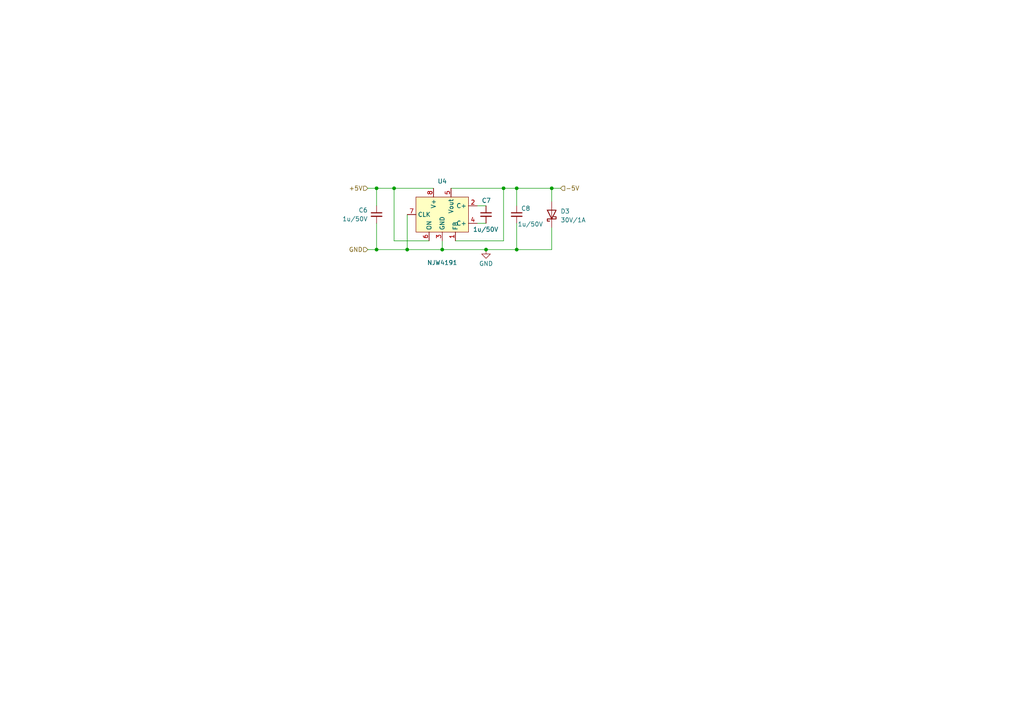
<source format=kicad_sch>
(kicad_sch (version 20231120) (generator "eeschema") (generator_version "8.0")
  (paper "A4")
  (title_block (date "2025-02-05") (rev "1"))
  (lib_symbols
    (symbol "Device:C_Small" (pin_numbers hide) (pin_names (offset 0.254) hide)
      (property "Reference" "C" (at 0.254 1.778 0))
      (property "Value" "C_Small" (at 0.254 -2.032 0))
      (symbol "C_Small_0_1"
        (polyline (pts (xy -1.524 -0.508) (xy 1.524 -0.508)) (stroke (width 0.3302)))
        (polyline (pts (xy -1.524 0.508) (xy 1.524 0.508)) (stroke (width 0.3048)))
      )
      (symbol "C_Small_1_1"
        (pin passive line (at 0 2.54 270) (length 2.032) (name "~") (number "1"))
        (pin passive line (at 0 -2.54 90) (length 2.032) (name "~") (number "2"))
      )
    )
    (symbol "Device:D_Schottky" (pin_numbers hide) (pin_names (offset 1.016) hide)
      (property "Reference" "D" (at 0 2.54 0))
      (property "Value" "D_Schottky" (at 0 -2.54 0))
      (symbol "D_Schottky_0_1"
        (polyline (pts (xy 1.27 0) (xy -1.27 0)))
        (polyline (pts (xy 1.27 1.27) (xy 1.27 -1.27) (xy -1.27 0) (xy 1.27 1.27)) (stroke (width 0.254)))
        (polyline (pts (xy -1.905 0.635) (xy -1.905 1.27) (xy -1.27 1.27) (xy -1.27 -1.27) (xy -0.635 -1.27) (xy -0.635 -0.635)) (stroke (width 0.254)))
      )
      (symbol "D_Schottky_1_1"
        (pin passive line (at -3.81 0 0) (length 2.54) (name "K") (number "1"))
        (pin passive line (at 3.81 0 180) (length 2.54) (name "A") (number "2"))
      )
    )
    (symbol "nisshinbo:NJW4191"
      (property "Reference" "U" (at 0.508 7.874 0))
      (property "Value" "NJW4191" (at 9.398 -12.192 0))
      (symbol "NJW4191_0_0"
        (pin passive line (at 3.81 -12.7 90) (length 2.54) (name "FB") (number "1"))
        (pin passive line (at 10.16 -2.54 180) (length 2.54) (name "C+") (number "2"))
        (pin power_in line (at 0 -12.7 90) (length 2.54) (name "GND") (number "3"))
        (pin passive line (at 10.16 -7.62 180) (length 2.54) (name "C+") (number "4"))
        (pin passive line (at -10.16 -5.08 0) (length 2.54) (name "CLK") (number "7"))
        (pin power_in line (at -2.54 2.54 270) (length 2.54) (name "V+") (number "8"))
      )
      (symbol "NJW4191_1_0"
        (pin power_out line (at 2.54 2.54 270) (length 2.54) (name "Vout") (number "5"))
        (pin input line (at -3.81 -12.7 90) (length 2.54) (name "ON") (number "6"))
      )
      (symbol "NJW4191_1_1"
        (rectangle (start -7.62 0) (end 7.62 -10.16) (fill (type background)))
      )
    )
    (symbol "power:GND" (power) (pin_numbers hide) (pin_names (offset 0) hide)
      (property "Value" "GND" (at 0 -3.81 0))
      (symbol "GND_0_1"
        (polyline (pts (xy 0 0) (xy 0 -1.27) (xy 1.27 -1.27) (xy 0 -2.54) (xy -1.27 -1.27) (xy 0 -1.27)))
      )
      (symbol "GND_1_1"
        (pin power_in line (at 0 0 270) (length 0) (name "~") (number "1"))
      )
    )
  )
  (junction (at 146.05 54.61))
  (junction (at 109.22 72.39))
  (junction (at 128.27 72.39))
  (junction (at 140.97 72.39))
  (junction (at 114.3 54.61))
  (junction (at 149.86 54.61))
  (junction (at 109.22 54.61))
  (junction (at 118.11 72.39))
  (junction (at 160.02 54.61))
  (junction (at 149.86 72.39))
  (wire (pts (xy 109.22 54.61) (xy 109.22 59.69)))
  (wire (pts (xy 130.81 54.61) (xy 146.05 54.61)))
  (wire (pts (xy 160.02 54.61) (xy 162.56 54.61)))
  (wire (pts (xy 149.86 54.61) (xy 160.02 54.61)))
  (wire (pts (xy 106.68 54.61) (xy 109.22 54.61)))
  (wire (pts (xy 149.86 64.77) (xy 149.86 72.39)))
  (wire (pts (xy 124.46 69.85) (xy 114.3 69.85)))
  (wire (pts (xy 149.86 54.61) (xy 149.86 59.69)))
  (wire (pts (xy 146.05 54.61) (xy 149.86 54.61)))
  (wire (pts (xy 118.11 62.23) (xy 118.11 72.39)))
  (wire (pts (xy 109.22 54.61) (xy 114.3 54.61)))
  (wire (pts (xy 132.08 69.85) (xy 146.05 69.85)))
  (wire (pts (xy 114.3 54.61) (xy 125.73 54.61)))
  (wire (pts (xy 149.86 72.39) (xy 160.02 72.39)))
  (wire (pts (xy 146.05 54.61) (xy 146.05 69.85)))
  (wire (pts (xy 109.22 72.39) (xy 118.11 72.39)))
  (wire (pts (xy 138.43 59.69) (xy 140.97 59.69)))
  (wire (pts (xy 106.68 72.39) (xy 109.22 72.39)))
  (wire (pts (xy 118.11 72.39) (xy 128.27 72.39)))
  (wire (pts (xy 160.02 66.04) (xy 160.02 72.39)))
  (wire (pts (xy 138.43 64.77) (xy 140.97 64.77)))
  (wire (pts (xy 160.02 54.61) (xy 160.02 58.42)))
  (wire (pts (xy 128.27 72.39) (xy 140.97 72.39)))
  (wire (pts (xy 114.3 54.61) (xy 114.3 69.85)))
  (wire (pts (xy 109.22 64.77) (xy 109.22 72.39)))
  (wire (pts (xy 140.97 72.39) (xy 149.86 72.39)))
  (wire (pts (xy 128.27 69.85) (xy 128.27 72.39)))
  (hierarchical_label "+5V" (shape input) (at 106.68 54.61 180))
  (hierarchical_label "-5V" (shape input) (at 162.56 54.61 0))
  (hierarchical_label "GND" (shape input) (at 106.68 72.39 180))
  (symbol (lib_id "Device:D_Schottky") (at 160.02 62.23 90) (unit 1)
    (property "Reference" "D3" (at 162.56 61.2774 90) (effects (justify right)))
    (property "Value" "30V/1A" (at 162.56 63.8174 90) (effects (justify right)))
    (property "Footprint" "murata:CR_60M-60_ROM-M" (effects (hide yes)))
    (property "Description" "Schottky diode" (effects (hide yes)))
    (instances (project "" (path "" (reference "D3") (unit 1))) (project "" (path "" (reference "D1") (unit 1))))
  )
  (symbol (lib_id "Device:C_Small") (at 109.22 62.23 0) (mirror y) (unit 1)
    (property "Reference" "C6" (at 106.68 60.9662 0) (effects (justify left)))
    (property "Value" "1u/50V" (at 106.68 63.5062 0) (effects (justify left)))
    (property "Footprint" "Capacitor_SMD:C_0603_1608Metric_Pad1.08x0.95mm_HandSolder" (effects (hide yes)))
    (property "Description" "Unpolarized capacitor, small symbol" (effects (hide yes)))
    (instances (project "" (path "" (reference "C6") (unit 1))) (project "" (path "" (reference "C1") (unit 1))))
  )
  (symbol (lib_id "Device:C_Small") (at 149.86 62.23 0) (unit 1)
    (property "Reference" "C8" (at 151.13 60.452 0) (effects (justify left)))
    (property "Value" "1u/50V" (at 150.114 65.024 0) (effects (justify left)))
    (property "Footprint" "Capacitor_SMD:C_0603_1608Metric_Pad1.08x0.95mm_HandSolder" (effects (hide yes)))
    (property "Description" "Unpolarized capacitor, small symbol" (effects (hide yes)))
    (instances (project "" (path "" (reference "C8") (unit 1))) (project "" (path "" (reference "C3") (unit 1))))
  )
  (symbol (lib_id "nisshinbo:NJW4191") (at 128.27 57.15 0) (unit 1)
    (property "Reference" "U4" (at 128.27 52.578 0))
    (property "Value" "NJW4191" (at 128.27 76.2 0))
    (property "Footprint" "nisshinbo:MSOP8VSP8_PI-VSP8-E-B_NMD-M" (effects (hide yes)))
    (property "Datasheet" "https://www.nisshinbo-microdevices.co.jp/en/pdf/datasheet/NJW4191_E.pdf" (effects (hide yes)))
    (property "Description" "Inverting Charge Pump IC" (effects (hide yes)))
    (instances (project "" (path "" (reference "U4") (unit 1))) (project "" (path "" (reference "U1") (unit 1))))
  )
  (symbol (lib_id "Device:C_Small") (at 140.97 62.23 0) (unit 1)
    (property "Reference" "C7" (at 139.7 58.166 0) (effects (justify left)))
    (property "Value" "1u/50V" (at 137.16 66.548 0) (effects (justify left)))
    (property "Footprint" "Capacitor_SMD:C_0603_1608Metric_Pad1.08x0.95mm_HandSolder" (effects (hide yes)))
    (property "Description" "Unpolarized capacitor, small symbol" (effects (hide yes)))
    (instances (project "" (path "" (reference "C7") (unit 1))) (project "" (path "" (reference "C2") (unit 1))))
  )
  (symbol (lib_id "power:GND") (at 140.97 72.39 0) (unit 1)
    (property "Reference" "#PWR021" (effects (hide yes)))
    (property "Value" "GND" (at 140.97 76.454 0))
    (property "Description" "Power symbol creates a global label with name \"GND\" , ground" (effects (hide yes)))
    (instances (project "" (path "" (reference "#PWR021") (unit 1))) (project "dcdc-5v" (path "" (reference "#PWR02") (unit 1))))
  )
)
</source>
